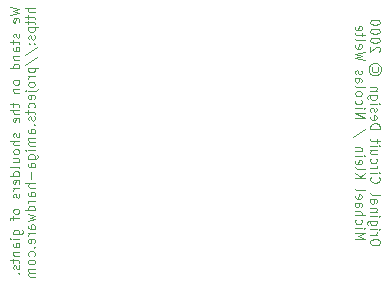
<source format=gbo>
%TF.GenerationSoftware,KiCad,Pcbnew,9.0.5-1.fc42*%
%TF.CreationDate,2025-11-09T17:22:24+08:00*%
%TF.ProjectId,b5s4-XA1541-active,62357334-2d58-4413-9135-34312d616374,1.1*%
%TF.SameCoordinates,Original*%
%TF.FileFunction,Legend,Bot*%
%TF.FilePolarity,Positive*%
%FSLAX46Y46*%
G04 Gerber Fmt 4.6, Leading zero omitted, Abs format (unit mm)*
G04 Created by KiCad (PCBNEW 9.0.5-1.fc42) date 2025-11-09 17:22:24*
%MOMM*%
%LPD*%
G01*
G04 APERTURE LIST*
%ADD10C,0.100000*%
%ADD11C,1.600000*%
%ADD12C,3.000000*%
%ADD13R,1.050000X1.500000*%
%ADD14O,1.050000X1.500000*%
%ADD15R,1.846667X3.480000*%
G04 APERTURE END LIST*
D10*
X135866457Y-116546720D02*
X135866457Y-116394339D01*
X135866457Y-116394339D02*
X135828362Y-116318149D01*
X135828362Y-116318149D02*
X135752172Y-116241958D01*
X135752172Y-116241958D02*
X135599791Y-116203863D01*
X135599791Y-116203863D02*
X135333124Y-116203863D01*
X135333124Y-116203863D02*
X135180743Y-116241958D01*
X135180743Y-116241958D02*
X135104553Y-116318149D01*
X135104553Y-116318149D02*
X135066457Y-116394339D01*
X135066457Y-116394339D02*
X135066457Y-116546720D01*
X135066457Y-116546720D02*
X135104553Y-116622911D01*
X135104553Y-116622911D02*
X135180743Y-116699101D01*
X135180743Y-116699101D02*
X135333124Y-116737197D01*
X135333124Y-116737197D02*
X135599791Y-116737197D01*
X135599791Y-116737197D02*
X135752172Y-116699101D01*
X135752172Y-116699101D02*
X135828362Y-116622911D01*
X135828362Y-116622911D02*
X135866457Y-116546720D01*
X135066457Y-115861006D02*
X135599791Y-115861006D01*
X135447410Y-115861006D02*
X135523600Y-115822911D01*
X135523600Y-115822911D02*
X135561695Y-115784816D01*
X135561695Y-115784816D02*
X135599791Y-115708625D01*
X135599791Y-115708625D02*
X135599791Y-115632435D01*
X135066457Y-115365768D02*
X135599791Y-115365768D01*
X135866457Y-115365768D02*
X135828362Y-115403864D01*
X135828362Y-115403864D02*
X135790267Y-115365768D01*
X135790267Y-115365768D02*
X135828362Y-115327673D01*
X135828362Y-115327673D02*
X135866457Y-115365768D01*
X135866457Y-115365768D02*
X135790267Y-115365768D01*
X135599791Y-114641959D02*
X134952172Y-114641959D01*
X134952172Y-114641959D02*
X134875981Y-114680054D01*
X134875981Y-114680054D02*
X134837886Y-114718150D01*
X134837886Y-114718150D02*
X134799791Y-114794340D01*
X134799791Y-114794340D02*
X134799791Y-114908626D01*
X134799791Y-114908626D02*
X134837886Y-114984816D01*
X135104553Y-114641959D02*
X135066457Y-114718150D01*
X135066457Y-114718150D02*
X135066457Y-114870531D01*
X135066457Y-114870531D02*
X135104553Y-114946721D01*
X135104553Y-114946721D02*
X135142648Y-114984816D01*
X135142648Y-114984816D02*
X135218838Y-115022912D01*
X135218838Y-115022912D02*
X135447410Y-115022912D01*
X135447410Y-115022912D02*
X135523600Y-114984816D01*
X135523600Y-114984816D02*
X135561695Y-114946721D01*
X135561695Y-114946721D02*
X135599791Y-114870531D01*
X135599791Y-114870531D02*
X135599791Y-114718150D01*
X135599791Y-114718150D02*
X135561695Y-114641959D01*
X135066457Y-114261006D02*
X135599791Y-114261006D01*
X135866457Y-114261006D02*
X135828362Y-114299102D01*
X135828362Y-114299102D02*
X135790267Y-114261006D01*
X135790267Y-114261006D02*
X135828362Y-114222911D01*
X135828362Y-114222911D02*
X135866457Y-114261006D01*
X135866457Y-114261006D02*
X135790267Y-114261006D01*
X135599791Y-113880054D02*
X135066457Y-113880054D01*
X135523600Y-113880054D02*
X135561695Y-113841959D01*
X135561695Y-113841959D02*
X135599791Y-113765769D01*
X135599791Y-113765769D02*
X135599791Y-113651483D01*
X135599791Y-113651483D02*
X135561695Y-113575292D01*
X135561695Y-113575292D02*
X135485505Y-113537197D01*
X135485505Y-113537197D02*
X135066457Y-113537197D01*
X135066457Y-112813387D02*
X135485505Y-112813387D01*
X135485505Y-112813387D02*
X135561695Y-112851482D01*
X135561695Y-112851482D02*
X135599791Y-112927673D01*
X135599791Y-112927673D02*
X135599791Y-113080054D01*
X135599791Y-113080054D02*
X135561695Y-113156244D01*
X135104553Y-112813387D02*
X135066457Y-112889578D01*
X135066457Y-112889578D02*
X135066457Y-113080054D01*
X135066457Y-113080054D02*
X135104553Y-113156244D01*
X135104553Y-113156244D02*
X135180743Y-113194340D01*
X135180743Y-113194340D02*
X135256933Y-113194340D01*
X135256933Y-113194340D02*
X135333124Y-113156244D01*
X135333124Y-113156244D02*
X135371219Y-113080054D01*
X135371219Y-113080054D02*
X135371219Y-112889578D01*
X135371219Y-112889578D02*
X135409314Y-112813387D01*
X135066457Y-112318149D02*
X135104553Y-112394339D01*
X135104553Y-112394339D02*
X135180743Y-112432434D01*
X135180743Y-112432434D02*
X135866457Y-112432434D01*
X135142648Y-110946719D02*
X135104553Y-110984815D01*
X135104553Y-110984815D02*
X135066457Y-111099100D01*
X135066457Y-111099100D02*
X135066457Y-111175291D01*
X135066457Y-111175291D02*
X135104553Y-111289577D01*
X135104553Y-111289577D02*
X135180743Y-111365767D01*
X135180743Y-111365767D02*
X135256933Y-111403862D01*
X135256933Y-111403862D02*
X135409314Y-111441958D01*
X135409314Y-111441958D02*
X135523600Y-111441958D01*
X135523600Y-111441958D02*
X135675981Y-111403862D01*
X135675981Y-111403862D02*
X135752172Y-111365767D01*
X135752172Y-111365767D02*
X135828362Y-111289577D01*
X135828362Y-111289577D02*
X135866457Y-111175291D01*
X135866457Y-111175291D02*
X135866457Y-111099100D01*
X135866457Y-111099100D02*
X135828362Y-110984815D01*
X135828362Y-110984815D02*
X135790267Y-110946719D01*
X135066457Y-110603862D02*
X135599791Y-110603862D01*
X135866457Y-110603862D02*
X135828362Y-110641958D01*
X135828362Y-110641958D02*
X135790267Y-110603862D01*
X135790267Y-110603862D02*
X135828362Y-110565767D01*
X135828362Y-110565767D02*
X135866457Y-110603862D01*
X135866457Y-110603862D02*
X135790267Y-110603862D01*
X135066457Y-110222910D02*
X135599791Y-110222910D01*
X135447410Y-110222910D02*
X135523600Y-110184815D01*
X135523600Y-110184815D02*
X135561695Y-110146720D01*
X135561695Y-110146720D02*
X135599791Y-110070529D01*
X135599791Y-110070529D02*
X135599791Y-109994339D01*
X135104553Y-109384815D02*
X135066457Y-109461006D01*
X135066457Y-109461006D02*
X135066457Y-109613387D01*
X135066457Y-109613387D02*
X135104553Y-109689577D01*
X135104553Y-109689577D02*
X135142648Y-109727672D01*
X135142648Y-109727672D02*
X135218838Y-109765768D01*
X135218838Y-109765768D02*
X135447410Y-109765768D01*
X135447410Y-109765768D02*
X135523600Y-109727672D01*
X135523600Y-109727672D02*
X135561695Y-109689577D01*
X135561695Y-109689577D02*
X135599791Y-109613387D01*
X135599791Y-109613387D02*
X135599791Y-109461006D01*
X135599791Y-109461006D02*
X135561695Y-109384815D01*
X135599791Y-108699101D02*
X135066457Y-108699101D01*
X135599791Y-109041958D02*
X135180743Y-109041958D01*
X135180743Y-109041958D02*
X135104553Y-109003863D01*
X135104553Y-109003863D02*
X135066457Y-108927673D01*
X135066457Y-108927673D02*
X135066457Y-108813387D01*
X135066457Y-108813387D02*
X135104553Y-108737196D01*
X135104553Y-108737196D02*
X135142648Y-108699101D01*
X135066457Y-108318148D02*
X135599791Y-108318148D01*
X135866457Y-108318148D02*
X135828362Y-108356244D01*
X135828362Y-108356244D02*
X135790267Y-108318148D01*
X135790267Y-108318148D02*
X135828362Y-108280053D01*
X135828362Y-108280053D02*
X135866457Y-108318148D01*
X135866457Y-108318148D02*
X135790267Y-108318148D01*
X135599791Y-108051482D02*
X135599791Y-107746720D01*
X135866457Y-107937196D02*
X135180743Y-107937196D01*
X135180743Y-107937196D02*
X135104553Y-107899101D01*
X135104553Y-107899101D02*
X135066457Y-107822911D01*
X135066457Y-107822911D02*
X135066457Y-107746720D01*
X135066457Y-106870529D02*
X135866457Y-106870529D01*
X135866457Y-106870529D02*
X135866457Y-106680053D01*
X135866457Y-106680053D02*
X135828362Y-106565767D01*
X135828362Y-106565767D02*
X135752172Y-106489577D01*
X135752172Y-106489577D02*
X135675981Y-106451482D01*
X135675981Y-106451482D02*
X135523600Y-106413386D01*
X135523600Y-106413386D02*
X135409314Y-106413386D01*
X135409314Y-106413386D02*
X135256933Y-106451482D01*
X135256933Y-106451482D02*
X135180743Y-106489577D01*
X135180743Y-106489577D02*
X135104553Y-106565767D01*
X135104553Y-106565767D02*
X135066457Y-106680053D01*
X135066457Y-106680053D02*
X135066457Y-106870529D01*
X135104553Y-105765767D02*
X135066457Y-105841958D01*
X135066457Y-105841958D02*
X135066457Y-105994339D01*
X135066457Y-105994339D02*
X135104553Y-106070529D01*
X135104553Y-106070529D02*
X135180743Y-106108625D01*
X135180743Y-106108625D02*
X135485505Y-106108625D01*
X135485505Y-106108625D02*
X135561695Y-106070529D01*
X135561695Y-106070529D02*
X135599791Y-105994339D01*
X135599791Y-105994339D02*
X135599791Y-105841958D01*
X135599791Y-105841958D02*
X135561695Y-105765767D01*
X135561695Y-105765767D02*
X135485505Y-105727672D01*
X135485505Y-105727672D02*
X135409314Y-105727672D01*
X135409314Y-105727672D02*
X135333124Y-106108625D01*
X135104553Y-105422911D02*
X135066457Y-105346720D01*
X135066457Y-105346720D02*
X135066457Y-105194339D01*
X135066457Y-105194339D02*
X135104553Y-105118149D01*
X135104553Y-105118149D02*
X135180743Y-105080053D01*
X135180743Y-105080053D02*
X135218838Y-105080053D01*
X135218838Y-105080053D02*
X135295029Y-105118149D01*
X135295029Y-105118149D02*
X135333124Y-105194339D01*
X135333124Y-105194339D02*
X135333124Y-105308625D01*
X135333124Y-105308625D02*
X135371219Y-105384815D01*
X135371219Y-105384815D02*
X135447410Y-105422911D01*
X135447410Y-105422911D02*
X135485505Y-105422911D01*
X135485505Y-105422911D02*
X135561695Y-105384815D01*
X135561695Y-105384815D02*
X135599791Y-105308625D01*
X135599791Y-105308625D02*
X135599791Y-105194339D01*
X135599791Y-105194339D02*
X135561695Y-105118149D01*
X135066457Y-104737196D02*
X135599791Y-104737196D01*
X135866457Y-104737196D02*
X135828362Y-104775292D01*
X135828362Y-104775292D02*
X135790267Y-104737196D01*
X135790267Y-104737196D02*
X135828362Y-104699101D01*
X135828362Y-104699101D02*
X135866457Y-104737196D01*
X135866457Y-104737196D02*
X135790267Y-104737196D01*
X135599791Y-104013387D02*
X134952172Y-104013387D01*
X134952172Y-104013387D02*
X134875981Y-104051482D01*
X134875981Y-104051482D02*
X134837886Y-104089578D01*
X134837886Y-104089578D02*
X134799791Y-104165768D01*
X134799791Y-104165768D02*
X134799791Y-104280054D01*
X134799791Y-104280054D02*
X134837886Y-104356244D01*
X135104553Y-104013387D02*
X135066457Y-104089578D01*
X135066457Y-104089578D02*
X135066457Y-104241959D01*
X135066457Y-104241959D02*
X135104553Y-104318149D01*
X135104553Y-104318149D02*
X135142648Y-104356244D01*
X135142648Y-104356244D02*
X135218838Y-104394340D01*
X135218838Y-104394340D02*
X135447410Y-104394340D01*
X135447410Y-104394340D02*
X135523600Y-104356244D01*
X135523600Y-104356244D02*
X135561695Y-104318149D01*
X135561695Y-104318149D02*
X135599791Y-104241959D01*
X135599791Y-104241959D02*
X135599791Y-104089578D01*
X135599791Y-104089578D02*
X135561695Y-104013387D01*
X135599791Y-103632434D02*
X135066457Y-103632434D01*
X135523600Y-103632434D02*
X135561695Y-103594339D01*
X135561695Y-103594339D02*
X135599791Y-103518149D01*
X135599791Y-103518149D02*
X135599791Y-103403863D01*
X135599791Y-103403863D02*
X135561695Y-103327672D01*
X135561695Y-103327672D02*
X135485505Y-103289577D01*
X135485505Y-103289577D02*
X135066457Y-103289577D01*
X135675981Y-101651481D02*
X135714076Y-101727672D01*
X135714076Y-101727672D02*
X135714076Y-101880053D01*
X135714076Y-101880053D02*
X135675981Y-101956243D01*
X135675981Y-101956243D02*
X135599791Y-102032434D01*
X135599791Y-102032434D02*
X135523600Y-102070529D01*
X135523600Y-102070529D02*
X135371219Y-102070529D01*
X135371219Y-102070529D02*
X135295029Y-102032434D01*
X135295029Y-102032434D02*
X135218838Y-101956243D01*
X135218838Y-101956243D02*
X135180743Y-101880053D01*
X135180743Y-101880053D02*
X135180743Y-101727672D01*
X135180743Y-101727672D02*
X135218838Y-101651481D01*
X135980743Y-101803862D02*
X135942648Y-101994338D01*
X135942648Y-101994338D02*
X135828362Y-102184815D01*
X135828362Y-102184815D02*
X135637886Y-102299100D01*
X135637886Y-102299100D02*
X135447410Y-102337196D01*
X135447410Y-102337196D02*
X135256933Y-102299100D01*
X135256933Y-102299100D02*
X135066457Y-102184815D01*
X135066457Y-102184815D02*
X134952172Y-101994338D01*
X134952172Y-101994338D02*
X134914076Y-101803862D01*
X134914076Y-101803862D02*
X134952172Y-101613386D01*
X134952172Y-101613386D02*
X135066457Y-101422910D01*
X135066457Y-101422910D02*
X135256933Y-101308624D01*
X135256933Y-101308624D02*
X135447410Y-101270529D01*
X135447410Y-101270529D02*
X135637886Y-101308624D01*
X135637886Y-101308624D02*
X135828362Y-101422910D01*
X135828362Y-101422910D02*
X135942648Y-101613386D01*
X135942648Y-101613386D02*
X135980743Y-101803862D01*
X135790267Y-100356243D02*
X135828362Y-100318147D01*
X135828362Y-100318147D02*
X135866457Y-100241957D01*
X135866457Y-100241957D02*
X135866457Y-100051481D01*
X135866457Y-100051481D02*
X135828362Y-99975290D01*
X135828362Y-99975290D02*
X135790267Y-99937195D01*
X135790267Y-99937195D02*
X135714076Y-99899100D01*
X135714076Y-99899100D02*
X135637886Y-99899100D01*
X135637886Y-99899100D02*
X135523600Y-99937195D01*
X135523600Y-99937195D02*
X135066457Y-100394338D01*
X135066457Y-100394338D02*
X135066457Y-99899100D01*
X135866457Y-99403861D02*
X135866457Y-99327671D01*
X135866457Y-99327671D02*
X135828362Y-99251480D01*
X135828362Y-99251480D02*
X135790267Y-99213385D01*
X135790267Y-99213385D02*
X135714076Y-99175290D01*
X135714076Y-99175290D02*
X135561695Y-99137195D01*
X135561695Y-99137195D02*
X135371219Y-99137195D01*
X135371219Y-99137195D02*
X135218838Y-99175290D01*
X135218838Y-99175290D02*
X135142648Y-99213385D01*
X135142648Y-99213385D02*
X135104553Y-99251480D01*
X135104553Y-99251480D02*
X135066457Y-99327671D01*
X135066457Y-99327671D02*
X135066457Y-99403861D01*
X135066457Y-99403861D02*
X135104553Y-99480052D01*
X135104553Y-99480052D02*
X135142648Y-99518147D01*
X135142648Y-99518147D02*
X135218838Y-99556242D01*
X135218838Y-99556242D02*
X135371219Y-99594338D01*
X135371219Y-99594338D02*
X135561695Y-99594338D01*
X135561695Y-99594338D02*
X135714076Y-99556242D01*
X135714076Y-99556242D02*
X135790267Y-99518147D01*
X135790267Y-99518147D02*
X135828362Y-99480052D01*
X135828362Y-99480052D02*
X135866457Y-99403861D01*
X135866457Y-98641956D02*
X135866457Y-98565766D01*
X135866457Y-98565766D02*
X135828362Y-98489575D01*
X135828362Y-98489575D02*
X135790267Y-98451480D01*
X135790267Y-98451480D02*
X135714076Y-98413385D01*
X135714076Y-98413385D02*
X135561695Y-98375290D01*
X135561695Y-98375290D02*
X135371219Y-98375290D01*
X135371219Y-98375290D02*
X135218838Y-98413385D01*
X135218838Y-98413385D02*
X135142648Y-98451480D01*
X135142648Y-98451480D02*
X135104553Y-98489575D01*
X135104553Y-98489575D02*
X135066457Y-98565766D01*
X135066457Y-98565766D02*
X135066457Y-98641956D01*
X135066457Y-98641956D02*
X135104553Y-98718147D01*
X135104553Y-98718147D02*
X135142648Y-98756242D01*
X135142648Y-98756242D02*
X135218838Y-98794337D01*
X135218838Y-98794337D02*
X135371219Y-98832433D01*
X135371219Y-98832433D02*
X135561695Y-98832433D01*
X135561695Y-98832433D02*
X135714076Y-98794337D01*
X135714076Y-98794337D02*
X135790267Y-98756242D01*
X135790267Y-98756242D02*
X135828362Y-98718147D01*
X135828362Y-98718147D02*
X135866457Y-98641956D01*
X135866457Y-97880051D02*
X135866457Y-97803861D01*
X135866457Y-97803861D02*
X135828362Y-97727670D01*
X135828362Y-97727670D02*
X135790267Y-97689575D01*
X135790267Y-97689575D02*
X135714076Y-97651480D01*
X135714076Y-97651480D02*
X135561695Y-97613385D01*
X135561695Y-97613385D02*
X135371219Y-97613385D01*
X135371219Y-97613385D02*
X135218838Y-97651480D01*
X135218838Y-97651480D02*
X135142648Y-97689575D01*
X135142648Y-97689575D02*
X135104553Y-97727670D01*
X135104553Y-97727670D02*
X135066457Y-97803861D01*
X135066457Y-97803861D02*
X135066457Y-97880051D01*
X135066457Y-97880051D02*
X135104553Y-97956242D01*
X135104553Y-97956242D02*
X135142648Y-97994337D01*
X135142648Y-97994337D02*
X135218838Y-98032432D01*
X135218838Y-98032432D02*
X135371219Y-98070528D01*
X135371219Y-98070528D02*
X135561695Y-98070528D01*
X135561695Y-98070528D02*
X135714076Y-98032432D01*
X135714076Y-98032432D02*
X135790267Y-97994337D01*
X135790267Y-97994337D02*
X135828362Y-97956242D01*
X135828362Y-97956242D02*
X135866457Y-97880051D01*
X133778502Y-116184815D02*
X134578502Y-116184815D01*
X134578502Y-116184815D02*
X134007074Y-115918149D01*
X134007074Y-115918149D02*
X134578502Y-115651482D01*
X134578502Y-115651482D02*
X133778502Y-115651482D01*
X133778502Y-115270529D02*
X134311836Y-115270529D01*
X134578502Y-115270529D02*
X134540407Y-115308625D01*
X134540407Y-115308625D02*
X134502312Y-115270529D01*
X134502312Y-115270529D02*
X134540407Y-115232434D01*
X134540407Y-115232434D02*
X134578502Y-115270529D01*
X134578502Y-115270529D02*
X134502312Y-115270529D01*
X133816598Y-114546720D02*
X133778502Y-114622911D01*
X133778502Y-114622911D02*
X133778502Y-114775292D01*
X133778502Y-114775292D02*
X133816598Y-114851482D01*
X133816598Y-114851482D02*
X133854693Y-114889577D01*
X133854693Y-114889577D02*
X133930883Y-114927673D01*
X133930883Y-114927673D02*
X134159455Y-114927673D01*
X134159455Y-114927673D02*
X134235645Y-114889577D01*
X134235645Y-114889577D02*
X134273740Y-114851482D01*
X134273740Y-114851482D02*
X134311836Y-114775292D01*
X134311836Y-114775292D02*
X134311836Y-114622911D01*
X134311836Y-114622911D02*
X134273740Y-114546720D01*
X133778502Y-114203863D02*
X134578502Y-114203863D01*
X133778502Y-113861006D02*
X134197550Y-113861006D01*
X134197550Y-113861006D02*
X134273740Y-113899101D01*
X134273740Y-113899101D02*
X134311836Y-113975292D01*
X134311836Y-113975292D02*
X134311836Y-114089578D01*
X134311836Y-114089578D02*
X134273740Y-114165768D01*
X134273740Y-114165768D02*
X134235645Y-114203863D01*
X133778502Y-113137196D02*
X134197550Y-113137196D01*
X134197550Y-113137196D02*
X134273740Y-113175291D01*
X134273740Y-113175291D02*
X134311836Y-113251482D01*
X134311836Y-113251482D02*
X134311836Y-113403863D01*
X134311836Y-113403863D02*
X134273740Y-113480053D01*
X133816598Y-113137196D02*
X133778502Y-113213387D01*
X133778502Y-113213387D02*
X133778502Y-113403863D01*
X133778502Y-113403863D02*
X133816598Y-113480053D01*
X133816598Y-113480053D02*
X133892788Y-113518149D01*
X133892788Y-113518149D02*
X133968978Y-113518149D01*
X133968978Y-113518149D02*
X134045169Y-113480053D01*
X134045169Y-113480053D02*
X134083264Y-113403863D01*
X134083264Y-113403863D02*
X134083264Y-113213387D01*
X134083264Y-113213387D02*
X134121359Y-113137196D01*
X133816598Y-112451481D02*
X133778502Y-112527672D01*
X133778502Y-112527672D02*
X133778502Y-112680053D01*
X133778502Y-112680053D02*
X133816598Y-112756243D01*
X133816598Y-112756243D02*
X133892788Y-112794339D01*
X133892788Y-112794339D02*
X134197550Y-112794339D01*
X134197550Y-112794339D02*
X134273740Y-112756243D01*
X134273740Y-112756243D02*
X134311836Y-112680053D01*
X134311836Y-112680053D02*
X134311836Y-112527672D01*
X134311836Y-112527672D02*
X134273740Y-112451481D01*
X134273740Y-112451481D02*
X134197550Y-112413386D01*
X134197550Y-112413386D02*
X134121359Y-112413386D01*
X134121359Y-112413386D02*
X134045169Y-112794339D01*
X133778502Y-111956244D02*
X133816598Y-112032434D01*
X133816598Y-112032434D02*
X133892788Y-112070529D01*
X133892788Y-112070529D02*
X134578502Y-112070529D01*
X133778502Y-111041957D02*
X134578502Y-111041957D01*
X133778502Y-110584814D02*
X134235645Y-110927672D01*
X134578502Y-110584814D02*
X134121359Y-111041957D01*
X133778502Y-110127672D02*
X133816598Y-110203862D01*
X133816598Y-110203862D02*
X133892788Y-110241957D01*
X133892788Y-110241957D02*
X134578502Y-110241957D01*
X133816598Y-109518147D02*
X133778502Y-109594338D01*
X133778502Y-109594338D02*
X133778502Y-109746719D01*
X133778502Y-109746719D02*
X133816598Y-109822909D01*
X133816598Y-109822909D02*
X133892788Y-109861005D01*
X133892788Y-109861005D02*
X134197550Y-109861005D01*
X134197550Y-109861005D02*
X134273740Y-109822909D01*
X134273740Y-109822909D02*
X134311836Y-109746719D01*
X134311836Y-109746719D02*
X134311836Y-109594338D01*
X134311836Y-109594338D02*
X134273740Y-109518147D01*
X134273740Y-109518147D02*
X134197550Y-109480052D01*
X134197550Y-109480052D02*
X134121359Y-109480052D01*
X134121359Y-109480052D02*
X134045169Y-109861005D01*
X133778502Y-109137195D02*
X134311836Y-109137195D01*
X134578502Y-109137195D02*
X134540407Y-109175291D01*
X134540407Y-109175291D02*
X134502312Y-109137195D01*
X134502312Y-109137195D02*
X134540407Y-109099100D01*
X134540407Y-109099100D02*
X134578502Y-109137195D01*
X134578502Y-109137195D02*
X134502312Y-109137195D01*
X134311836Y-108756243D02*
X133778502Y-108756243D01*
X134235645Y-108756243D02*
X134273740Y-108718148D01*
X134273740Y-108718148D02*
X134311836Y-108641958D01*
X134311836Y-108641958D02*
X134311836Y-108527672D01*
X134311836Y-108527672D02*
X134273740Y-108451481D01*
X134273740Y-108451481D02*
X134197550Y-108413386D01*
X134197550Y-108413386D02*
X133778502Y-108413386D01*
X134616598Y-106851481D02*
X133588026Y-107537195D01*
X133778502Y-105975290D02*
X134578502Y-105975290D01*
X134578502Y-105975290D02*
X133778502Y-105518147D01*
X133778502Y-105518147D02*
X134578502Y-105518147D01*
X133778502Y-105137195D02*
X134311836Y-105137195D01*
X134578502Y-105137195D02*
X134540407Y-105175291D01*
X134540407Y-105175291D02*
X134502312Y-105137195D01*
X134502312Y-105137195D02*
X134540407Y-105099100D01*
X134540407Y-105099100D02*
X134578502Y-105137195D01*
X134578502Y-105137195D02*
X134502312Y-105137195D01*
X133816598Y-104413386D02*
X133778502Y-104489577D01*
X133778502Y-104489577D02*
X133778502Y-104641958D01*
X133778502Y-104641958D02*
X133816598Y-104718148D01*
X133816598Y-104718148D02*
X133854693Y-104756243D01*
X133854693Y-104756243D02*
X133930883Y-104794339D01*
X133930883Y-104794339D02*
X134159455Y-104794339D01*
X134159455Y-104794339D02*
X134235645Y-104756243D01*
X134235645Y-104756243D02*
X134273740Y-104718148D01*
X134273740Y-104718148D02*
X134311836Y-104641958D01*
X134311836Y-104641958D02*
X134311836Y-104489577D01*
X134311836Y-104489577D02*
X134273740Y-104413386D01*
X133778502Y-103956244D02*
X133816598Y-104032434D01*
X133816598Y-104032434D02*
X133854693Y-104070529D01*
X133854693Y-104070529D02*
X133930883Y-104108625D01*
X133930883Y-104108625D02*
X134159455Y-104108625D01*
X134159455Y-104108625D02*
X134235645Y-104070529D01*
X134235645Y-104070529D02*
X134273740Y-104032434D01*
X134273740Y-104032434D02*
X134311836Y-103956244D01*
X134311836Y-103956244D02*
X134311836Y-103841958D01*
X134311836Y-103841958D02*
X134273740Y-103765767D01*
X134273740Y-103765767D02*
X134235645Y-103727672D01*
X134235645Y-103727672D02*
X134159455Y-103689577D01*
X134159455Y-103689577D02*
X133930883Y-103689577D01*
X133930883Y-103689577D02*
X133854693Y-103727672D01*
X133854693Y-103727672D02*
X133816598Y-103765767D01*
X133816598Y-103765767D02*
X133778502Y-103841958D01*
X133778502Y-103841958D02*
X133778502Y-103956244D01*
X133778502Y-103232434D02*
X133816598Y-103308624D01*
X133816598Y-103308624D02*
X133892788Y-103346719D01*
X133892788Y-103346719D02*
X134578502Y-103346719D01*
X133778502Y-102584814D02*
X134197550Y-102584814D01*
X134197550Y-102584814D02*
X134273740Y-102622909D01*
X134273740Y-102622909D02*
X134311836Y-102699100D01*
X134311836Y-102699100D02*
X134311836Y-102851481D01*
X134311836Y-102851481D02*
X134273740Y-102927671D01*
X133816598Y-102584814D02*
X133778502Y-102661005D01*
X133778502Y-102661005D02*
X133778502Y-102851481D01*
X133778502Y-102851481D02*
X133816598Y-102927671D01*
X133816598Y-102927671D02*
X133892788Y-102965767D01*
X133892788Y-102965767D02*
X133968978Y-102965767D01*
X133968978Y-102965767D02*
X134045169Y-102927671D01*
X134045169Y-102927671D02*
X134083264Y-102851481D01*
X134083264Y-102851481D02*
X134083264Y-102661005D01*
X134083264Y-102661005D02*
X134121359Y-102584814D01*
X133816598Y-102241957D02*
X133778502Y-102165766D01*
X133778502Y-102165766D02*
X133778502Y-102013385D01*
X133778502Y-102013385D02*
X133816598Y-101937195D01*
X133816598Y-101937195D02*
X133892788Y-101899099D01*
X133892788Y-101899099D02*
X133930883Y-101899099D01*
X133930883Y-101899099D02*
X134007074Y-101937195D01*
X134007074Y-101937195D02*
X134045169Y-102013385D01*
X134045169Y-102013385D02*
X134045169Y-102127671D01*
X134045169Y-102127671D02*
X134083264Y-102203861D01*
X134083264Y-102203861D02*
X134159455Y-102241957D01*
X134159455Y-102241957D02*
X134197550Y-102241957D01*
X134197550Y-102241957D02*
X134273740Y-102203861D01*
X134273740Y-102203861D02*
X134311836Y-102127671D01*
X134311836Y-102127671D02*
X134311836Y-102013385D01*
X134311836Y-102013385D02*
X134273740Y-101937195D01*
X134578502Y-101022909D02*
X133778502Y-100832433D01*
X133778502Y-100832433D02*
X134349931Y-100680052D01*
X134349931Y-100680052D02*
X133778502Y-100527671D01*
X133778502Y-100527671D02*
X134578502Y-100337195D01*
X133816598Y-99727670D02*
X133778502Y-99803861D01*
X133778502Y-99803861D02*
X133778502Y-99956242D01*
X133778502Y-99956242D02*
X133816598Y-100032432D01*
X133816598Y-100032432D02*
X133892788Y-100070528D01*
X133892788Y-100070528D02*
X134197550Y-100070528D01*
X134197550Y-100070528D02*
X134273740Y-100032432D01*
X134273740Y-100032432D02*
X134311836Y-99956242D01*
X134311836Y-99956242D02*
X134311836Y-99803861D01*
X134311836Y-99803861D02*
X134273740Y-99727670D01*
X134273740Y-99727670D02*
X134197550Y-99689575D01*
X134197550Y-99689575D02*
X134121359Y-99689575D01*
X134121359Y-99689575D02*
X134045169Y-100070528D01*
X133778502Y-99232433D02*
X133816598Y-99308623D01*
X133816598Y-99308623D02*
X133892788Y-99346718D01*
X133892788Y-99346718D02*
X134578502Y-99346718D01*
X134311836Y-99041956D02*
X134311836Y-98737194D01*
X134578502Y-98927670D02*
X133892788Y-98927670D01*
X133892788Y-98927670D02*
X133816598Y-98889575D01*
X133816598Y-98889575D02*
X133778502Y-98813385D01*
X133778502Y-98813385D02*
X133778502Y-98737194D01*
X133816598Y-98165765D02*
X133778502Y-98241956D01*
X133778502Y-98241956D02*
X133778502Y-98394337D01*
X133778502Y-98394337D02*
X133816598Y-98470527D01*
X133816598Y-98470527D02*
X133892788Y-98508623D01*
X133892788Y-98508623D02*
X134197550Y-98508623D01*
X134197550Y-98508623D02*
X134273740Y-98470527D01*
X134273740Y-98470527D02*
X134311836Y-98394337D01*
X134311836Y-98394337D02*
X134311836Y-98241956D01*
X134311836Y-98241956D02*
X134273740Y-98165765D01*
X134273740Y-98165765D02*
X134197550Y-98127670D01*
X134197550Y-98127670D02*
X134121359Y-98127670D01*
X134121359Y-98127670D02*
X134045169Y-98508623D01*
X104542991Y-96564159D02*
X105342991Y-96754635D01*
X105342991Y-96754635D02*
X104771562Y-96907016D01*
X104771562Y-96907016D02*
X105342991Y-97059397D01*
X105342991Y-97059397D02*
X104542991Y-97249874D01*
X105304896Y-97859398D02*
X105342991Y-97783207D01*
X105342991Y-97783207D02*
X105342991Y-97630826D01*
X105342991Y-97630826D02*
X105304896Y-97554636D01*
X105304896Y-97554636D02*
X105228705Y-97516540D01*
X105228705Y-97516540D02*
X104923943Y-97516540D01*
X104923943Y-97516540D02*
X104847753Y-97554636D01*
X104847753Y-97554636D02*
X104809657Y-97630826D01*
X104809657Y-97630826D02*
X104809657Y-97783207D01*
X104809657Y-97783207D02*
X104847753Y-97859398D01*
X104847753Y-97859398D02*
X104923943Y-97897493D01*
X104923943Y-97897493D02*
X105000134Y-97897493D01*
X105000134Y-97897493D02*
X105076324Y-97516540D01*
X105304896Y-98811778D02*
X105342991Y-98887969D01*
X105342991Y-98887969D02*
X105342991Y-99040350D01*
X105342991Y-99040350D02*
X105304896Y-99116540D01*
X105304896Y-99116540D02*
X105228705Y-99154636D01*
X105228705Y-99154636D02*
X105190610Y-99154636D01*
X105190610Y-99154636D02*
X105114419Y-99116540D01*
X105114419Y-99116540D02*
X105076324Y-99040350D01*
X105076324Y-99040350D02*
X105076324Y-98926064D01*
X105076324Y-98926064D02*
X105038229Y-98849874D01*
X105038229Y-98849874D02*
X104962038Y-98811778D01*
X104962038Y-98811778D02*
X104923943Y-98811778D01*
X104923943Y-98811778D02*
X104847753Y-98849874D01*
X104847753Y-98849874D02*
X104809657Y-98926064D01*
X104809657Y-98926064D02*
X104809657Y-99040350D01*
X104809657Y-99040350D02*
X104847753Y-99116540D01*
X104809657Y-99383207D02*
X104809657Y-99687969D01*
X104542991Y-99497493D02*
X105228705Y-99497493D01*
X105228705Y-99497493D02*
X105304896Y-99535588D01*
X105304896Y-99535588D02*
X105342991Y-99611778D01*
X105342991Y-99611778D02*
X105342991Y-99687969D01*
X105342991Y-100297493D02*
X104923943Y-100297493D01*
X104923943Y-100297493D02*
X104847753Y-100259398D01*
X104847753Y-100259398D02*
X104809657Y-100183207D01*
X104809657Y-100183207D02*
X104809657Y-100030826D01*
X104809657Y-100030826D02*
X104847753Y-99954636D01*
X105304896Y-100297493D02*
X105342991Y-100221302D01*
X105342991Y-100221302D02*
X105342991Y-100030826D01*
X105342991Y-100030826D02*
X105304896Y-99954636D01*
X105304896Y-99954636D02*
X105228705Y-99916540D01*
X105228705Y-99916540D02*
X105152515Y-99916540D01*
X105152515Y-99916540D02*
X105076324Y-99954636D01*
X105076324Y-99954636D02*
X105038229Y-100030826D01*
X105038229Y-100030826D02*
X105038229Y-100221302D01*
X105038229Y-100221302D02*
X105000134Y-100297493D01*
X104809657Y-100678446D02*
X105342991Y-100678446D01*
X104885848Y-100678446D02*
X104847753Y-100716541D01*
X104847753Y-100716541D02*
X104809657Y-100792731D01*
X104809657Y-100792731D02*
X104809657Y-100907017D01*
X104809657Y-100907017D02*
X104847753Y-100983208D01*
X104847753Y-100983208D02*
X104923943Y-101021303D01*
X104923943Y-101021303D02*
X105342991Y-101021303D01*
X105342991Y-101745113D02*
X104542991Y-101745113D01*
X105304896Y-101745113D02*
X105342991Y-101668922D01*
X105342991Y-101668922D02*
X105342991Y-101516541D01*
X105342991Y-101516541D02*
X105304896Y-101440351D01*
X105304896Y-101440351D02*
X105266800Y-101402256D01*
X105266800Y-101402256D02*
X105190610Y-101364160D01*
X105190610Y-101364160D02*
X104962038Y-101364160D01*
X104962038Y-101364160D02*
X104885848Y-101402256D01*
X104885848Y-101402256D02*
X104847753Y-101440351D01*
X104847753Y-101440351D02*
X104809657Y-101516541D01*
X104809657Y-101516541D02*
X104809657Y-101668922D01*
X104809657Y-101668922D02*
X104847753Y-101745113D01*
X105342991Y-102849875D02*
X105304896Y-102773685D01*
X105304896Y-102773685D02*
X105266800Y-102735590D01*
X105266800Y-102735590D02*
X105190610Y-102697494D01*
X105190610Y-102697494D02*
X104962038Y-102697494D01*
X104962038Y-102697494D02*
X104885848Y-102735590D01*
X104885848Y-102735590D02*
X104847753Y-102773685D01*
X104847753Y-102773685D02*
X104809657Y-102849875D01*
X104809657Y-102849875D02*
X104809657Y-102964161D01*
X104809657Y-102964161D02*
X104847753Y-103040352D01*
X104847753Y-103040352D02*
X104885848Y-103078447D01*
X104885848Y-103078447D02*
X104962038Y-103116542D01*
X104962038Y-103116542D02*
X105190610Y-103116542D01*
X105190610Y-103116542D02*
X105266800Y-103078447D01*
X105266800Y-103078447D02*
X105304896Y-103040352D01*
X105304896Y-103040352D02*
X105342991Y-102964161D01*
X105342991Y-102964161D02*
X105342991Y-102849875D01*
X104809657Y-103459400D02*
X105342991Y-103459400D01*
X104885848Y-103459400D02*
X104847753Y-103497495D01*
X104847753Y-103497495D02*
X104809657Y-103573685D01*
X104809657Y-103573685D02*
X104809657Y-103687971D01*
X104809657Y-103687971D02*
X104847753Y-103764162D01*
X104847753Y-103764162D02*
X104923943Y-103802257D01*
X104923943Y-103802257D02*
X105342991Y-103802257D01*
X104809657Y-104678448D02*
X104809657Y-104983210D01*
X104542991Y-104792734D02*
X105228705Y-104792734D01*
X105228705Y-104792734D02*
X105304896Y-104830829D01*
X105304896Y-104830829D02*
X105342991Y-104907019D01*
X105342991Y-104907019D02*
X105342991Y-104983210D01*
X105342991Y-105249877D02*
X104542991Y-105249877D01*
X105342991Y-105592734D02*
X104923943Y-105592734D01*
X104923943Y-105592734D02*
X104847753Y-105554639D01*
X104847753Y-105554639D02*
X104809657Y-105478448D01*
X104809657Y-105478448D02*
X104809657Y-105364162D01*
X104809657Y-105364162D02*
X104847753Y-105287972D01*
X104847753Y-105287972D02*
X104885848Y-105249877D01*
X105304896Y-106278449D02*
X105342991Y-106202258D01*
X105342991Y-106202258D02*
X105342991Y-106049877D01*
X105342991Y-106049877D02*
X105304896Y-105973687D01*
X105304896Y-105973687D02*
X105228705Y-105935591D01*
X105228705Y-105935591D02*
X104923943Y-105935591D01*
X104923943Y-105935591D02*
X104847753Y-105973687D01*
X104847753Y-105973687D02*
X104809657Y-106049877D01*
X104809657Y-106049877D02*
X104809657Y-106202258D01*
X104809657Y-106202258D02*
X104847753Y-106278449D01*
X104847753Y-106278449D02*
X104923943Y-106316544D01*
X104923943Y-106316544D02*
X105000134Y-106316544D01*
X105000134Y-106316544D02*
X105076324Y-105935591D01*
X105304896Y-107230829D02*
X105342991Y-107307020D01*
X105342991Y-107307020D02*
X105342991Y-107459401D01*
X105342991Y-107459401D02*
X105304896Y-107535591D01*
X105304896Y-107535591D02*
X105228705Y-107573687D01*
X105228705Y-107573687D02*
X105190610Y-107573687D01*
X105190610Y-107573687D02*
X105114419Y-107535591D01*
X105114419Y-107535591D02*
X105076324Y-107459401D01*
X105076324Y-107459401D02*
X105076324Y-107345115D01*
X105076324Y-107345115D02*
X105038229Y-107268925D01*
X105038229Y-107268925D02*
X104962038Y-107230829D01*
X104962038Y-107230829D02*
X104923943Y-107230829D01*
X104923943Y-107230829D02*
X104847753Y-107268925D01*
X104847753Y-107268925D02*
X104809657Y-107345115D01*
X104809657Y-107345115D02*
X104809657Y-107459401D01*
X104809657Y-107459401D02*
X104847753Y-107535591D01*
X105342991Y-107916544D02*
X104542991Y-107916544D01*
X105342991Y-108259401D02*
X104923943Y-108259401D01*
X104923943Y-108259401D02*
X104847753Y-108221306D01*
X104847753Y-108221306D02*
X104809657Y-108145115D01*
X104809657Y-108145115D02*
X104809657Y-108030829D01*
X104809657Y-108030829D02*
X104847753Y-107954639D01*
X104847753Y-107954639D02*
X104885848Y-107916544D01*
X105342991Y-108754639D02*
X105304896Y-108678449D01*
X105304896Y-108678449D02*
X105266800Y-108640354D01*
X105266800Y-108640354D02*
X105190610Y-108602258D01*
X105190610Y-108602258D02*
X104962038Y-108602258D01*
X104962038Y-108602258D02*
X104885848Y-108640354D01*
X104885848Y-108640354D02*
X104847753Y-108678449D01*
X104847753Y-108678449D02*
X104809657Y-108754639D01*
X104809657Y-108754639D02*
X104809657Y-108868925D01*
X104809657Y-108868925D02*
X104847753Y-108945116D01*
X104847753Y-108945116D02*
X104885848Y-108983211D01*
X104885848Y-108983211D02*
X104962038Y-109021306D01*
X104962038Y-109021306D02*
X105190610Y-109021306D01*
X105190610Y-109021306D02*
X105266800Y-108983211D01*
X105266800Y-108983211D02*
X105304896Y-108945116D01*
X105304896Y-108945116D02*
X105342991Y-108868925D01*
X105342991Y-108868925D02*
X105342991Y-108754639D01*
X104809657Y-109707021D02*
X105342991Y-109707021D01*
X104809657Y-109364164D02*
X105228705Y-109364164D01*
X105228705Y-109364164D02*
X105304896Y-109402259D01*
X105304896Y-109402259D02*
X105342991Y-109478449D01*
X105342991Y-109478449D02*
X105342991Y-109592735D01*
X105342991Y-109592735D02*
X105304896Y-109668926D01*
X105304896Y-109668926D02*
X105266800Y-109707021D01*
X105342991Y-110202259D02*
X105304896Y-110126069D01*
X105304896Y-110126069D02*
X105228705Y-110087974D01*
X105228705Y-110087974D02*
X104542991Y-110087974D01*
X105342991Y-110849879D02*
X104542991Y-110849879D01*
X105304896Y-110849879D02*
X105342991Y-110773688D01*
X105342991Y-110773688D02*
X105342991Y-110621307D01*
X105342991Y-110621307D02*
X105304896Y-110545117D01*
X105304896Y-110545117D02*
X105266800Y-110507022D01*
X105266800Y-110507022D02*
X105190610Y-110468926D01*
X105190610Y-110468926D02*
X104962038Y-110468926D01*
X104962038Y-110468926D02*
X104885848Y-110507022D01*
X104885848Y-110507022D02*
X104847753Y-110545117D01*
X104847753Y-110545117D02*
X104809657Y-110621307D01*
X104809657Y-110621307D02*
X104809657Y-110773688D01*
X104809657Y-110773688D02*
X104847753Y-110849879D01*
X105304896Y-111535594D02*
X105342991Y-111459403D01*
X105342991Y-111459403D02*
X105342991Y-111307022D01*
X105342991Y-111307022D02*
X105304896Y-111230832D01*
X105304896Y-111230832D02*
X105228705Y-111192736D01*
X105228705Y-111192736D02*
X104923943Y-111192736D01*
X104923943Y-111192736D02*
X104847753Y-111230832D01*
X104847753Y-111230832D02*
X104809657Y-111307022D01*
X104809657Y-111307022D02*
X104809657Y-111459403D01*
X104809657Y-111459403D02*
X104847753Y-111535594D01*
X104847753Y-111535594D02*
X104923943Y-111573689D01*
X104923943Y-111573689D02*
X105000134Y-111573689D01*
X105000134Y-111573689D02*
X105076324Y-111192736D01*
X105342991Y-111916546D02*
X104809657Y-111916546D01*
X104962038Y-111916546D02*
X104885848Y-111954641D01*
X104885848Y-111954641D02*
X104847753Y-111992736D01*
X104847753Y-111992736D02*
X104809657Y-112068927D01*
X104809657Y-112068927D02*
X104809657Y-112145117D01*
X105304896Y-112373688D02*
X105342991Y-112449879D01*
X105342991Y-112449879D02*
X105342991Y-112602260D01*
X105342991Y-112602260D02*
X105304896Y-112678450D01*
X105304896Y-112678450D02*
X105228705Y-112716546D01*
X105228705Y-112716546D02*
X105190610Y-112716546D01*
X105190610Y-112716546D02*
X105114419Y-112678450D01*
X105114419Y-112678450D02*
X105076324Y-112602260D01*
X105076324Y-112602260D02*
X105076324Y-112487974D01*
X105076324Y-112487974D02*
X105038229Y-112411784D01*
X105038229Y-112411784D02*
X104962038Y-112373688D01*
X104962038Y-112373688D02*
X104923943Y-112373688D01*
X104923943Y-112373688D02*
X104847753Y-112411784D01*
X104847753Y-112411784D02*
X104809657Y-112487974D01*
X104809657Y-112487974D02*
X104809657Y-112602260D01*
X104809657Y-112602260D02*
X104847753Y-112678450D01*
X105342991Y-113783212D02*
X105304896Y-113707022D01*
X105304896Y-113707022D02*
X105266800Y-113668927D01*
X105266800Y-113668927D02*
X105190610Y-113630831D01*
X105190610Y-113630831D02*
X104962038Y-113630831D01*
X104962038Y-113630831D02*
X104885848Y-113668927D01*
X104885848Y-113668927D02*
X104847753Y-113707022D01*
X104847753Y-113707022D02*
X104809657Y-113783212D01*
X104809657Y-113783212D02*
X104809657Y-113897498D01*
X104809657Y-113897498D02*
X104847753Y-113973689D01*
X104847753Y-113973689D02*
X104885848Y-114011784D01*
X104885848Y-114011784D02*
X104962038Y-114049879D01*
X104962038Y-114049879D02*
X105190610Y-114049879D01*
X105190610Y-114049879D02*
X105266800Y-114011784D01*
X105266800Y-114011784D02*
X105304896Y-113973689D01*
X105304896Y-113973689D02*
X105342991Y-113897498D01*
X105342991Y-113897498D02*
X105342991Y-113783212D01*
X104809657Y-114278451D02*
X104809657Y-114583213D01*
X105342991Y-114392737D02*
X104657276Y-114392737D01*
X104657276Y-114392737D02*
X104581086Y-114430832D01*
X104581086Y-114430832D02*
X104542991Y-114507022D01*
X104542991Y-114507022D02*
X104542991Y-114583213D01*
X104809657Y-115802261D02*
X105457276Y-115802261D01*
X105457276Y-115802261D02*
X105533467Y-115764166D01*
X105533467Y-115764166D02*
X105571562Y-115726070D01*
X105571562Y-115726070D02*
X105609657Y-115649880D01*
X105609657Y-115649880D02*
X105609657Y-115535594D01*
X105609657Y-115535594D02*
X105571562Y-115459404D01*
X105304896Y-115802261D02*
X105342991Y-115726070D01*
X105342991Y-115726070D02*
X105342991Y-115573689D01*
X105342991Y-115573689D02*
X105304896Y-115497499D01*
X105304896Y-115497499D02*
X105266800Y-115459404D01*
X105266800Y-115459404D02*
X105190610Y-115421308D01*
X105190610Y-115421308D02*
X104962038Y-115421308D01*
X104962038Y-115421308D02*
X104885848Y-115459404D01*
X104885848Y-115459404D02*
X104847753Y-115497499D01*
X104847753Y-115497499D02*
X104809657Y-115573689D01*
X104809657Y-115573689D02*
X104809657Y-115726070D01*
X104809657Y-115726070D02*
X104847753Y-115802261D01*
X105342991Y-116183214D02*
X104809657Y-116183214D01*
X104542991Y-116183214D02*
X104581086Y-116145118D01*
X104581086Y-116145118D02*
X104619181Y-116183214D01*
X104619181Y-116183214D02*
X104581086Y-116221309D01*
X104581086Y-116221309D02*
X104542991Y-116183214D01*
X104542991Y-116183214D02*
X104619181Y-116183214D01*
X105342991Y-116907023D02*
X104923943Y-116907023D01*
X104923943Y-116907023D02*
X104847753Y-116868928D01*
X104847753Y-116868928D02*
X104809657Y-116792737D01*
X104809657Y-116792737D02*
X104809657Y-116640356D01*
X104809657Y-116640356D02*
X104847753Y-116564166D01*
X105304896Y-116907023D02*
X105342991Y-116830832D01*
X105342991Y-116830832D02*
X105342991Y-116640356D01*
X105342991Y-116640356D02*
X105304896Y-116564166D01*
X105304896Y-116564166D02*
X105228705Y-116526070D01*
X105228705Y-116526070D02*
X105152515Y-116526070D01*
X105152515Y-116526070D02*
X105076324Y-116564166D01*
X105076324Y-116564166D02*
X105038229Y-116640356D01*
X105038229Y-116640356D02*
X105038229Y-116830832D01*
X105038229Y-116830832D02*
X105000134Y-116907023D01*
X104809657Y-117287976D02*
X105342991Y-117287976D01*
X104885848Y-117287976D02*
X104847753Y-117326071D01*
X104847753Y-117326071D02*
X104809657Y-117402261D01*
X104809657Y-117402261D02*
X104809657Y-117516547D01*
X104809657Y-117516547D02*
X104847753Y-117592738D01*
X104847753Y-117592738D02*
X104923943Y-117630833D01*
X104923943Y-117630833D02*
X105342991Y-117630833D01*
X104809657Y-117897500D02*
X104809657Y-118202262D01*
X104542991Y-118011786D02*
X105228705Y-118011786D01*
X105228705Y-118011786D02*
X105304896Y-118049881D01*
X105304896Y-118049881D02*
X105342991Y-118126071D01*
X105342991Y-118126071D02*
X105342991Y-118202262D01*
X105304896Y-118430833D02*
X105342991Y-118507024D01*
X105342991Y-118507024D02*
X105342991Y-118659405D01*
X105342991Y-118659405D02*
X105304896Y-118735595D01*
X105304896Y-118735595D02*
X105228705Y-118773691D01*
X105228705Y-118773691D02*
X105190610Y-118773691D01*
X105190610Y-118773691D02*
X105114419Y-118735595D01*
X105114419Y-118735595D02*
X105076324Y-118659405D01*
X105076324Y-118659405D02*
X105076324Y-118545119D01*
X105076324Y-118545119D02*
X105038229Y-118468929D01*
X105038229Y-118468929D02*
X104962038Y-118430833D01*
X104962038Y-118430833D02*
X104923943Y-118430833D01*
X104923943Y-118430833D02*
X104847753Y-118468929D01*
X104847753Y-118468929D02*
X104809657Y-118545119D01*
X104809657Y-118545119D02*
X104809657Y-118659405D01*
X104809657Y-118659405D02*
X104847753Y-118735595D01*
X105266800Y-119116548D02*
X105304896Y-119154643D01*
X105304896Y-119154643D02*
X105342991Y-119116548D01*
X105342991Y-119116548D02*
X105304896Y-119078452D01*
X105304896Y-119078452D02*
X105266800Y-119116548D01*
X105266800Y-119116548D02*
X105342991Y-119116548D01*
X106630946Y-96640350D02*
X105830946Y-96640350D01*
X106630946Y-96983207D02*
X106211898Y-96983207D01*
X106211898Y-96983207D02*
X106135708Y-96945112D01*
X106135708Y-96945112D02*
X106097612Y-96868921D01*
X106097612Y-96868921D02*
X106097612Y-96754635D01*
X106097612Y-96754635D02*
X106135708Y-96678445D01*
X106135708Y-96678445D02*
X106173803Y-96640350D01*
X106097612Y-97249874D02*
X106097612Y-97554636D01*
X105830946Y-97364160D02*
X106516660Y-97364160D01*
X106516660Y-97364160D02*
X106592851Y-97402255D01*
X106592851Y-97402255D02*
X106630946Y-97478445D01*
X106630946Y-97478445D02*
X106630946Y-97554636D01*
X106097612Y-97707017D02*
X106097612Y-98011779D01*
X105830946Y-97821303D02*
X106516660Y-97821303D01*
X106516660Y-97821303D02*
X106592851Y-97859398D01*
X106592851Y-97859398D02*
X106630946Y-97935588D01*
X106630946Y-97935588D02*
X106630946Y-98011779D01*
X106097612Y-98278446D02*
X106897612Y-98278446D01*
X106135708Y-98278446D02*
X106097612Y-98354636D01*
X106097612Y-98354636D02*
X106097612Y-98507017D01*
X106097612Y-98507017D02*
X106135708Y-98583208D01*
X106135708Y-98583208D02*
X106173803Y-98621303D01*
X106173803Y-98621303D02*
X106249993Y-98659398D01*
X106249993Y-98659398D02*
X106478565Y-98659398D01*
X106478565Y-98659398D02*
X106554755Y-98621303D01*
X106554755Y-98621303D02*
X106592851Y-98583208D01*
X106592851Y-98583208D02*
X106630946Y-98507017D01*
X106630946Y-98507017D02*
X106630946Y-98354636D01*
X106630946Y-98354636D02*
X106592851Y-98278446D01*
X106592851Y-98964160D02*
X106630946Y-99040351D01*
X106630946Y-99040351D02*
X106630946Y-99192732D01*
X106630946Y-99192732D02*
X106592851Y-99268922D01*
X106592851Y-99268922D02*
X106516660Y-99307018D01*
X106516660Y-99307018D02*
X106478565Y-99307018D01*
X106478565Y-99307018D02*
X106402374Y-99268922D01*
X106402374Y-99268922D02*
X106364279Y-99192732D01*
X106364279Y-99192732D02*
X106364279Y-99078446D01*
X106364279Y-99078446D02*
X106326184Y-99002256D01*
X106326184Y-99002256D02*
X106249993Y-98964160D01*
X106249993Y-98964160D02*
X106211898Y-98964160D01*
X106211898Y-98964160D02*
X106135708Y-99002256D01*
X106135708Y-99002256D02*
X106097612Y-99078446D01*
X106097612Y-99078446D02*
X106097612Y-99192732D01*
X106097612Y-99192732D02*
X106135708Y-99268922D01*
X106554755Y-99649875D02*
X106592851Y-99687970D01*
X106592851Y-99687970D02*
X106630946Y-99649875D01*
X106630946Y-99649875D02*
X106592851Y-99611779D01*
X106592851Y-99611779D02*
X106554755Y-99649875D01*
X106554755Y-99649875D02*
X106630946Y-99649875D01*
X106135708Y-99649875D02*
X106173803Y-99687970D01*
X106173803Y-99687970D02*
X106211898Y-99649875D01*
X106211898Y-99649875D02*
X106173803Y-99611779D01*
X106173803Y-99611779D02*
X106135708Y-99649875D01*
X106135708Y-99649875D02*
X106211898Y-99649875D01*
X105792851Y-100602255D02*
X106821422Y-99916541D01*
X105792851Y-101440350D02*
X106821422Y-100754636D01*
X106097612Y-101707017D02*
X106897612Y-101707017D01*
X106135708Y-101707017D02*
X106097612Y-101783207D01*
X106097612Y-101783207D02*
X106097612Y-101935588D01*
X106097612Y-101935588D02*
X106135708Y-102011779D01*
X106135708Y-102011779D02*
X106173803Y-102049874D01*
X106173803Y-102049874D02*
X106249993Y-102087969D01*
X106249993Y-102087969D02*
X106478565Y-102087969D01*
X106478565Y-102087969D02*
X106554755Y-102049874D01*
X106554755Y-102049874D02*
X106592851Y-102011779D01*
X106592851Y-102011779D02*
X106630946Y-101935588D01*
X106630946Y-101935588D02*
X106630946Y-101783207D01*
X106630946Y-101783207D02*
X106592851Y-101707017D01*
X106630946Y-102430827D02*
X106097612Y-102430827D01*
X106249993Y-102430827D02*
X106173803Y-102468922D01*
X106173803Y-102468922D02*
X106135708Y-102507017D01*
X106135708Y-102507017D02*
X106097612Y-102583208D01*
X106097612Y-102583208D02*
X106097612Y-102659398D01*
X106630946Y-103040350D02*
X106592851Y-102964160D01*
X106592851Y-102964160D02*
X106554755Y-102926065D01*
X106554755Y-102926065D02*
X106478565Y-102887969D01*
X106478565Y-102887969D02*
X106249993Y-102887969D01*
X106249993Y-102887969D02*
X106173803Y-102926065D01*
X106173803Y-102926065D02*
X106135708Y-102964160D01*
X106135708Y-102964160D02*
X106097612Y-103040350D01*
X106097612Y-103040350D02*
X106097612Y-103154636D01*
X106097612Y-103154636D02*
X106135708Y-103230827D01*
X106135708Y-103230827D02*
X106173803Y-103268922D01*
X106173803Y-103268922D02*
X106249993Y-103307017D01*
X106249993Y-103307017D02*
X106478565Y-103307017D01*
X106478565Y-103307017D02*
X106554755Y-103268922D01*
X106554755Y-103268922D02*
X106592851Y-103230827D01*
X106592851Y-103230827D02*
X106630946Y-103154636D01*
X106630946Y-103154636D02*
X106630946Y-103040350D01*
X106097612Y-103649875D02*
X106783327Y-103649875D01*
X106783327Y-103649875D02*
X106859517Y-103611779D01*
X106859517Y-103611779D02*
X106897612Y-103535589D01*
X106897612Y-103535589D02*
X106897612Y-103497494D01*
X105830946Y-103649875D02*
X105869041Y-103611779D01*
X105869041Y-103611779D02*
X105907136Y-103649875D01*
X105907136Y-103649875D02*
X105869041Y-103687970D01*
X105869041Y-103687970D02*
X105830946Y-103649875D01*
X105830946Y-103649875D02*
X105907136Y-103649875D01*
X106592851Y-104335589D02*
X106630946Y-104259398D01*
X106630946Y-104259398D02*
X106630946Y-104107017D01*
X106630946Y-104107017D02*
X106592851Y-104030827D01*
X106592851Y-104030827D02*
X106516660Y-103992731D01*
X106516660Y-103992731D02*
X106211898Y-103992731D01*
X106211898Y-103992731D02*
X106135708Y-104030827D01*
X106135708Y-104030827D02*
X106097612Y-104107017D01*
X106097612Y-104107017D02*
X106097612Y-104259398D01*
X106097612Y-104259398D02*
X106135708Y-104335589D01*
X106135708Y-104335589D02*
X106211898Y-104373684D01*
X106211898Y-104373684D02*
X106288089Y-104373684D01*
X106288089Y-104373684D02*
X106364279Y-103992731D01*
X106592851Y-105059398D02*
X106630946Y-104983207D01*
X106630946Y-104983207D02*
X106630946Y-104830826D01*
X106630946Y-104830826D02*
X106592851Y-104754636D01*
X106592851Y-104754636D02*
X106554755Y-104716541D01*
X106554755Y-104716541D02*
X106478565Y-104678445D01*
X106478565Y-104678445D02*
X106249993Y-104678445D01*
X106249993Y-104678445D02*
X106173803Y-104716541D01*
X106173803Y-104716541D02*
X106135708Y-104754636D01*
X106135708Y-104754636D02*
X106097612Y-104830826D01*
X106097612Y-104830826D02*
X106097612Y-104983207D01*
X106097612Y-104983207D02*
X106135708Y-105059398D01*
X106097612Y-105287969D02*
X106097612Y-105592731D01*
X105830946Y-105402255D02*
X106516660Y-105402255D01*
X106516660Y-105402255D02*
X106592851Y-105440350D01*
X106592851Y-105440350D02*
X106630946Y-105516540D01*
X106630946Y-105516540D02*
X106630946Y-105592731D01*
X106592851Y-105821302D02*
X106630946Y-105897493D01*
X106630946Y-105897493D02*
X106630946Y-106049874D01*
X106630946Y-106049874D02*
X106592851Y-106126064D01*
X106592851Y-106126064D02*
X106516660Y-106164160D01*
X106516660Y-106164160D02*
X106478565Y-106164160D01*
X106478565Y-106164160D02*
X106402374Y-106126064D01*
X106402374Y-106126064D02*
X106364279Y-106049874D01*
X106364279Y-106049874D02*
X106364279Y-105935588D01*
X106364279Y-105935588D02*
X106326184Y-105859398D01*
X106326184Y-105859398D02*
X106249993Y-105821302D01*
X106249993Y-105821302D02*
X106211898Y-105821302D01*
X106211898Y-105821302D02*
X106135708Y-105859398D01*
X106135708Y-105859398D02*
X106097612Y-105935588D01*
X106097612Y-105935588D02*
X106097612Y-106049874D01*
X106097612Y-106049874D02*
X106135708Y-106126064D01*
X106554755Y-106507017D02*
X106592851Y-106545112D01*
X106592851Y-106545112D02*
X106630946Y-106507017D01*
X106630946Y-106507017D02*
X106592851Y-106468921D01*
X106592851Y-106468921D02*
X106554755Y-106507017D01*
X106554755Y-106507017D02*
X106630946Y-106507017D01*
X106630946Y-107230826D02*
X106211898Y-107230826D01*
X106211898Y-107230826D02*
X106135708Y-107192731D01*
X106135708Y-107192731D02*
X106097612Y-107116540D01*
X106097612Y-107116540D02*
X106097612Y-106964159D01*
X106097612Y-106964159D02*
X106135708Y-106887969D01*
X106592851Y-107230826D02*
X106630946Y-107154635D01*
X106630946Y-107154635D02*
X106630946Y-106964159D01*
X106630946Y-106964159D02*
X106592851Y-106887969D01*
X106592851Y-106887969D02*
X106516660Y-106849873D01*
X106516660Y-106849873D02*
X106440470Y-106849873D01*
X106440470Y-106849873D02*
X106364279Y-106887969D01*
X106364279Y-106887969D02*
X106326184Y-106964159D01*
X106326184Y-106964159D02*
X106326184Y-107154635D01*
X106326184Y-107154635D02*
X106288089Y-107230826D01*
X106630946Y-107611779D02*
X106097612Y-107611779D01*
X106173803Y-107611779D02*
X106135708Y-107649874D01*
X106135708Y-107649874D02*
X106097612Y-107726064D01*
X106097612Y-107726064D02*
X106097612Y-107840350D01*
X106097612Y-107840350D02*
X106135708Y-107916541D01*
X106135708Y-107916541D02*
X106211898Y-107954636D01*
X106211898Y-107954636D02*
X106630946Y-107954636D01*
X106211898Y-107954636D02*
X106135708Y-107992731D01*
X106135708Y-107992731D02*
X106097612Y-108068922D01*
X106097612Y-108068922D02*
X106097612Y-108183207D01*
X106097612Y-108183207D02*
X106135708Y-108259398D01*
X106135708Y-108259398D02*
X106211898Y-108297493D01*
X106211898Y-108297493D02*
X106630946Y-108297493D01*
X106630946Y-108678446D02*
X106097612Y-108678446D01*
X105830946Y-108678446D02*
X105869041Y-108640350D01*
X105869041Y-108640350D02*
X105907136Y-108678446D01*
X105907136Y-108678446D02*
X105869041Y-108716541D01*
X105869041Y-108716541D02*
X105830946Y-108678446D01*
X105830946Y-108678446D02*
X105907136Y-108678446D01*
X106097612Y-109402255D02*
X106745231Y-109402255D01*
X106745231Y-109402255D02*
X106821422Y-109364160D01*
X106821422Y-109364160D02*
X106859517Y-109326064D01*
X106859517Y-109326064D02*
X106897612Y-109249874D01*
X106897612Y-109249874D02*
X106897612Y-109135588D01*
X106897612Y-109135588D02*
X106859517Y-109059398D01*
X106592851Y-109402255D02*
X106630946Y-109326064D01*
X106630946Y-109326064D02*
X106630946Y-109173683D01*
X106630946Y-109173683D02*
X106592851Y-109097493D01*
X106592851Y-109097493D02*
X106554755Y-109059398D01*
X106554755Y-109059398D02*
X106478565Y-109021302D01*
X106478565Y-109021302D02*
X106249993Y-109021302D01*
X106249993Y-109021302D02*
X106173803Y-109059398D01*
X106173803Y-109059398D02*
X106135708Y-109097493D01*
X106135708Y-109097493D02*
X106097612Y-109173683D01*
X106097612Y-109173683D02*
X106097612Y-109326064D01*
X106097612Y-109326064D02*
X106135708Y-109402255D01*
X106630946Y-110126065D02*
X106211898Y-110126065D01*
X106211898Y-110126065D02*
X106135708Y-110087970D01*
X106135708Y-110087970D02*
X106097612Y-110011779D01*
X106097612Y-110011779D02*
X106097612Y-109859398D01*
X106097612Y-109859398D02*
X106135708Y-109783208D01*
X106592851Y-110126065D02*
X106630946Y-110049874D01*
X106630946Y-110049874D02*
X106630946Y-109859398D01*
X106630946Y-109859398D02*
X106592851Y-109783208D01*
X106592851Y-109783208D02*
X106516660Y-109745112D01*
X106516660Y-109745112D02*
X106440470Y-109745112D01*
X106440470Y-109745112D02*
X106364279Y-109783208D01*
X106364279Y-109783208D02*
X106326184Y-109859398D01*
X106326184Y-109859398D02*
X106326184Y-110049874D01*
X106326184Y-110049874D02*
X106288089Y-110126065D01*
X106326184Y-110507018D02*
X106326184Y-111116542D01*
X106630946Y-111497494D02*
X105830946Y-111497494D01*
X106630946Y-111840351D02*
X106211898Y-111840351D01*
X106211898Y-111840351D02*
X106135708Y-111802256D01*
X106135708Y-111802256D02*
X106097612Y-111726065D01*
X106097612Y-111726065D02*
X106097612Y-111611779D01*
X106097612Y-111611779D02*
X106135708Y-111535589D01*
X106135708Y-111535589D02*
X106173803Y-111497494D01*
X106630946Y-112564161D02*
X106211898Y-112564161D01*
X106211898Y-112564161D02*
X106135708Y-112526066D01*
X106135708Y-112526066D02*
X106097612Y-112449875D01*
X106097612Y-112449875D02*
X106097612Y-112297494D01*
X106097612Y-112297494D02*
X106135708Y-112221304D01*
X106592851Y-112564161D02*
X106630946Y-112487970D01*
X106630946Y-112487970D02*
X106630946Y-112297494D01*
X106630946Y-112297494D02*
X106592851Y-112221304D01*
X106592851Y-112221304D02*
X106516660Y-112183208D01*
X106516660Y-112183208D02*
X106440470Y-112183208D01*
X106440470Y-112183208D02*
X106364279Y-112221304D01*
X106364279Y-112221304D02*
X106326184Y-112297494D01*
X106326184Y-112297494D02*
X106326184Y-112487970D01*
X106326184Y-112487970D02*
X106288089Y-112564161D01*
X106630946Y-112945114D02*
X106097612Y-112945114D01*
X106249993Y-112945114D02*
X106173803Y-112983209D01*
X106173803Y-112983209D02*
X106135708Y-113021304D01*
X106135708Y-113021304D02*
X106097612Y-113097495D01*
X106097612Y-113097495D02*
X106097612Y-113173685D01*
X106630946Y-113783209D02*
X105830946Y-113783209D01*
X106592851Y-113783209D02*
X106630946Y-113707018D01*
X106630946Y-113707018D02*
X106630946Y-113554637D01*
X106630946Y-113554637D02*
X106592851Y-113478447D01*
X106592851Y-113478447D02*
X106554755Y-113440352D01*
X106554755Y-113440352D02*
X106478565Y-113402256D01*
X106478565Y-113402256D02*
X106249993Y-113402256D01*
X106249993Y-113402256D02*
X106173803Y-113440352D01*
X106173803Y-113440352D02*
X106135708Y-113478447D01*
X106135708Y-113478447D02*
X106097612Y-113554637D01*
X106097612Y-113554637D02*
X106097612Y-113707018D01*
X106097612Y-113707018D02*
X106135708Y-113783209D01*
X106097612Y-114087971D02*
X106630946Y-114240352D01*
X106630946Y-114240352D02*
X106249993Y-114392733D01*
X106249993Y-114392733D02*
X106630946Y-114545114D01*
X106630946Y-114545114D02*
X106097612Y-114697495D01*
X106630946Y-115345114D02*
X106211898Y-115345114D01*
X106211898Y-115345114D02*
X106135708Y-115307019D01*
X106135708Y-115307019D02*
X106097612Y-115230828D01*
X106097612Y-115230828D02*
X106097612Y-115078447D01*
X106097612Y-115078447D02*
X106135708Y-115002257D01*
X106592851Y-115345114D02*
X106630946Y-115268923D01*
X106630946Y-115268923D02*
X106630946Y-115078447D01*
X106630946Y-115078447D02*
X106592851Y-115002257D01*
X106592851Y-115002257D02*
X106516660Y-114964161D01*
X106516660Y-114964161D02*
X106440470Y-114964161D01*
X106440470Y-114964161D02*
X106364279Y-115002257D01*
X106364279Y-115002257D02*
X106326184Y-115078447D01*
X106326184Y-115078447D02*
X106326184Y-115268923D01*
X106326184Y-115268923D02*
X106288089Y-115345114D01*
X106630946Y-115726067D02*
X106097612Y-115726067D01*
X106249993Y-115726067D02*
X106173803Y-115764162D01*
X106173803Y-115764162D02*
X106135708Y-115802257D01*
X106135708Y-115802257D02*
X106097612Y-115878448D01*
X106097612Y-115878448D02*
X106097612Y-115954638D01*
X106592851Y-116526067D02*
X106630946Y-116449876D01*
X106630946Y-116449876D02*
X106630946Y-116297495D01*
X106630946Y-116297495D02*
X106592851Y-116221305D01*
X106592851Y-116221305D02*
X106516660Y-116183209D01*
X106516660Y-116183209D02*
X106211898Y-116183209D01*
X106211898Y-116183209D02*
X106135708Y-116221305D01*
X106135708Y-116221305D02*
X106097612Y-116297495D01*
X106097612Y-116297495D02*
X106097612Y-116449876D01*
X106097612Y-116449876D02*
X106135708Y-116526067D01*
X106135708Y-116526067D02*
X106211898Y-116564162D01*
X106211898Y-116564162D02*
X106288089Y-116564162D01*
X106288089Y-116564162D02*
X106364279Y-116183209D01*
X106554755Y-116907019D02*
X106592851Y-116945114D01*
X106592851Y-116945114D02*
X106630946Y-116907019D01*
X106630946Y-116907019D02*
X106592851Y-116868923D01*
X106592851Y-116868923D02*
X106554755Y-116907019D01*
X106554755Y-116907019D02*
X106630946Y-116907019D01*
X106592851Y-117630828D02*
X106630946Y-117554637D01*
X106630946Y-117554637D02*
X106630946Y-117402256D01*
X106630946Y-117402256D02*
X106592851Y-117326066D01*
X106592851Y-117326066D02*
X106554755Y-117287971D01*
X106554755Y-117287971D02*
X106478565Y-117249875D01*
X106478565Y-117249875D02*
X106249993Y-117249875D01*
X106249993Y-117249875D02*
X106173803Y-117287971D01*
X106173803Y-117287971D02*
X106135708Y-117326066D01*
X106135708Y-117326066D02*
X106097612Y-117402256D01*
X106097612Y-117402256D02*
X106097612Y-117554637D01*
X106097612Y-117554637D02*
X106135708Y-117630828D01*
X106630946Y-118087970D02*
X106592851Y-118011780D01*
X106592851Y-118011780D02*
X106554755Y-117973685D01*
X106554755Y-117973685D02*
X106478565Y-117935589D01*
X106478565Y-117935589D02*
X106249993Y-117935589D01*
X106249993Y-117935589D02*
X106173803Y-117973685D01*
X106173803Y-117973685D02*
X106135708Y-118011780D01*
X106135708Y-118011780D02*
X106097612Y-118087970D01*
X106097612Y-118087970D02*
X106097612Y-118202256D01*
X106097612Y-118202256D02*
X106135708Y-118278447D01*
X106135708Y-118278447D02*
X106173803Y-118316542D01*
X106173803Y-118316542D02*
X106249993Y-118354637D01*
X106249993Y-118354637D02*
X106478565Y-118354637D01*
X106478565Y-118354637D02*
X106554755Y-118316542D01*
X106554755Y-118316542D02*
X106592851Y-118278447D01*
X106592851Y-118278447D02*
X106630946Y-118202256D01*
X106630946Y-118202256D02*
X106630946Y-118087970D01*
X106630946Y-118697495D02*
X106097612Y-118697495D01*
X106173803Y-118697495D02*
X106135708Y-118735590D01*
X106135708Y-118735590D02*
X106097612Y-118811780D01*
X106097612Y-118811780D02*
X106097612Y-118926066D01*
X106097612Y-118926066D02*
X106135708Y-119002257D01*
X106135708Y-119002257D02*
X106211898Y-119040352D01*
X106211898Y-119040352D02*
X106630946Y-119040352D01*
X106211898Y-119040352D02*
X106135708Y-119078447D01*
X106135708Y-119078447D02*
X106097612Y-119154638D01*
X106097612Y-119154638D02*
X106097612Y-119268923D01*
X106097612Y-119268923D02*
X106135708Y-119345114D01*
X106135708Y-119345114D02*
X106211898Y-119383209D01*
X106211898Y-119383209D02*
X106630946Y-119383209D01*
%LPC*%
D11*
%TO.C,R1*%
X120137600Y-86360000D03*
X130297600Y-86360000D03*
%TD*%
D12*
%TO.C,CN2*%
X126764200Y-114669100D03*
X124264200Y-124669100D03*
X124264200Y-112169100D03*
X114264200Y-124669100D03*
X119264200Y-114669100D03*
X114264200Y-112129100D03*
X111764200Y-114669100D03*
X119264200Y-109669100D03*
%TD*%
D11*
%TO.C,R4*%
X120137600Y-101600000D03*
X130297600Y-101600000D03*
%TD*%
D13*
%TO.C,Q2*%
X111760000Y-91440000D03*
D14*
X113030000Y-91440000D03*
X114300000Y-91440000D03*
%TD*%
D13*
%TO.C,Q1*%
X111760000Y-86360000D03*
D14*
X113030000Y-86360000D03*
X114300000Y-86360000D03*
%TD*%
D15*
%TO.C,CN1*%
X134615000Y-78077500D03*
X131845000Y-78077500D03*
X129075000Y-78077500D03*
X126305000Y-78077500D03*
X123535000Y-78077500D03*
X120765000Y-78077500D03*
X117995000Y-78077500D03*
X115225000Y-78077500D03*
X112455000Y-78077500D03*
X109685000Y-78077500D03*
X106915000Y-78077500D03*
X104145000Y-78077500D03*
%TD*%
D11*
%TO.C,R3*%
X120137600Y-96520000D03*
X130297600Y-96520000D03*
%TD*%
D13*
%TO.C,Q4*%
X111760000Y-101600000D03*
D14*
X113030000Y-101600000D03*
X114300000Y-101600000D03*
%TD*%
D13*
%TO.C,Q3*%
X111760000Y-96520000D03*
D14*
X113030000Y-96520000D03*
X114300000Y-96520000D03*
%TD*%
D11*
%TO.C,R2*%
X120137600Y-91440000D03*
X130297600Y-91440000D03*
%TD*%
%LPD*%
M02*

</source>
